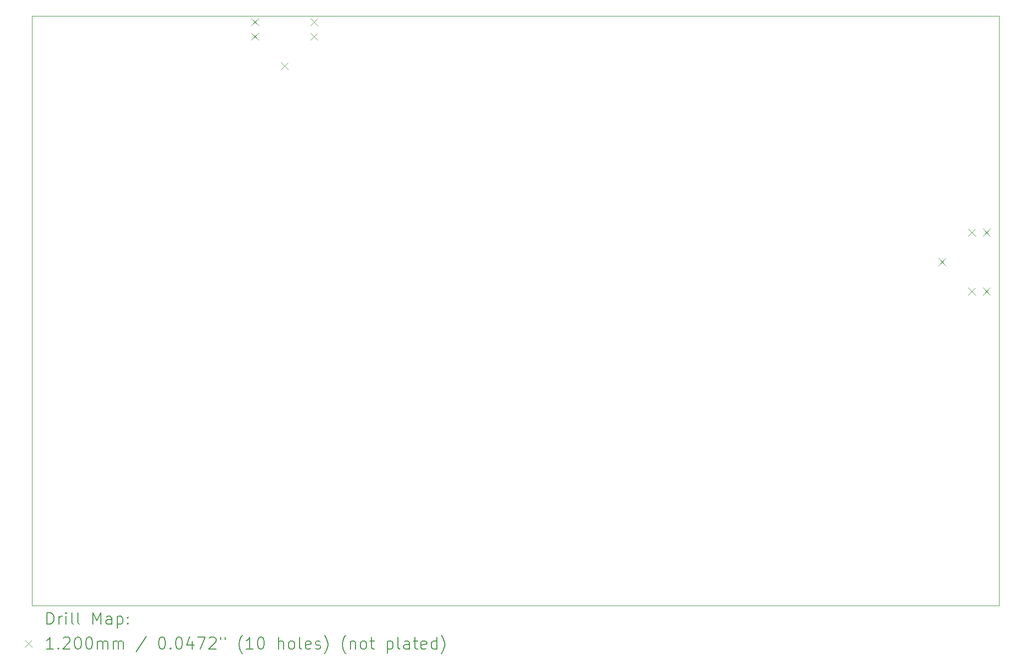
<source format=gbr>
%TF.GenerationSoftware,KiCad,Pcbnew,6.0.11-2627ca5db0~126~ubuntu20.04.1*%
%TF.CreationDate,2023-06-25T12:50:43-04:00*%
%TF.ProjectId,SDR-Transceiver,5344522d-5472-4616-9e73-636569766572,rev?*%
%TF.SameCoordinates,Original*%
%TF.FileFunction,Drillmap*%
%TF.FilePolarity,Positive*%
%FSLAX45Y45*%
G04 Gerber Fmt 4.5, Leading zero omitted, Abs format (unit mm)*
G04 Created by KiCad (PCBNEW 6.0.11-2627ca5db0~126~ubuntu20.04.1) date 2023-06-25 12:50:43*
%MOMM*%
%LPD*%
G01*
G04 APERTURE LIST*
%ADD10C,0.100000*%
%ADD11C,0.200000*%
%ADD12C,0.120000*%
G04 APERTURE END LIST*
D10*
X5400000Y-4400000D02*
X21800000Y-4400000D01*
X21800000Y-4400000D02*
X21800000Y-14400000D01*
X21800000Y-14400000D02*
X5400000Y-14400000D01*
X5400000Y-14400000D02*
X5400000Y-4400000D01*
D11*
D12*
X9118460Y-4440000D02*
X9238460Y-4560000D01*
X9238460Y-4440000D02*
X9118460Y-4560000D01*
X9118460Y-4690000D02*
X9238460Y-4810000D01*
X9238460Y-4690000D02*
X9118460Y-4810000D01*
X9618460Y-5190000D02*
X9738460Y-5310000D01*
X9738460Y-5190000D02*
X9618460Y-5310000D01*
X10118460Y-4440000D02*
X10238460Y-4560000D01*
X10238460Y-4440000D02*
X10118460Y-4560000D01*
X10118460Y-4690000D02*
X10238460Y-4810000D01*
X10238460Y-4690000D02*
X10118460Y-4810000D01*
X20775340Y-8511040D02*
X20895340Y-8631040D01*
X20895340Y-8511040D02*
X20775340Y-8631040D01*
X21275340Y-8011040D02*
X21395340Y-8131040D01*
X21395340Y-8011040D02*
X21275340Y-8131040D01*
X21275340Y-9011040D02*
X21395340Y-9131040D01*
X21395340Y-9011040D02*
X21275340Y-9131040D01*
X21525340Y-8011040D02*
X21645340Y-8131040D01*
X21645340Y-8011040D02*
X21525340Y-8131040D01*
X21525340Y-9011040D02*
X21645340Y-9131040D01*
X21645340Y-9011040D02*
X21525340Y-9131040D01*
D11*
X5652619Y-14715476D02*
X5652619Y-14515476D01*
X5700238Y-14515476D01*
X5728809Y-14525000D01*
X5747857Y-14544048D01*
X5757381Y-14563095D01*
X5766905Y-14601190D01*
X5766905Y-14629762D01*
X5757381Y-14667857D01*
X5747857Y-14686905D01*
X5728809Y-14705952D01*
X5700238Y-14715476D01*
X5652619Y-14715476D01*
X5852619Y-14715476D02*
X5852619Y-14582143D01*
X5852619Y-14620238D02*
X5862143Y-14601190D01*
X5871667Y-14591667D01*
X5890714Y-14582143D01*
X5909762Y-14582143D01*
X5976428Y-14715476D02*
X5976428Y-14582143D01*
X5976428Y-14515476D02*
X5966905Y-14525000D01*
X5976428Y-14534524D01*
X5985952Y-14525000D01*
X5976428Y-14515476D01*
X5976428Y-14534524D01*
X6100238Y-14715476D02*
X6081190Y-14705952D01*
X6071667Y-14686905D01*
X6071667Y-14515476D01*
X6205000Y-14715476D02*
X6185952Y-14705952D01*
X6176428Y-14686905D01*
X6176428Y-14515476D01*
X6433571Y-14715476D02*
X6433571Y-14515476D01*
X6500238Y-14658333D01*
X6566905Y-14515476D01*
X6566905Y-14715476D01*
X6747857Y-14715476D02*
X6747857Y-14610714D01*
X6738333Y-14591667D01*
X6719286Y-14582143D01*
X6681190Y-14582143D01*
X6662143Y-14591667D01*
X6747857Y-14705952D02*
X6728809Y-14715476D01*
X6681190Y-14715476D01*
X6662143Y-14705952D01*
X6652619Y-14686905D01*
X6652619Y-14667857D01*
X6662143Y-14648809D01*
X6681190Y-14639286D01*
X6728809Y-14639286D01*
X6747857Y-14629762D01*
X6843095Y-14582143D02*
X6843095Y-14782143D01*
X6843095Y-14591667D02*
X6862143Y-14582143D01*
X6900238Y-14582143D01*
X6919286Y-14591667D01*
X6928809Y-14601190D01*
X6938333Y-14620238D01*
X6938333Y-14677381D01*
X6928809Y-14696428D01*
X6919286Y-14705952D01*
X6900238Y-14715476D01*
X6862143Y-14715476D01*
X6843095Y-14705952D01*
X7024048Y-14696428D02*
X7033571Y-14705952D01*
X7024048Y-14715476D01*
X7014524Y-14705952D01*
X7024048Y-14696428D01*
X7024048Y-14715476D01*
X7024048Y-14591667D02*
X7033571Y-14601190D01*
X7024048Y-14610714D01*
X7014524Y-14601190D01*
X7024048Y-14591667D01*
X7024048Y-14610714D01*
D12*
X5275000Y-14985000D02*
X5395000Y-15105000D01*
X5395000Y-14985000D02*
X5275000Y-15105000D01*
D11*
X5757381Y-15135476D02*
X5643095Y-15135476D01*
X5700238Y-15135476D02*
X5700238Y-14935476D01*
X5681190Y-14964048D01*
X5662143Y-14983095D01*
X5643095Y-14992619D01*
X5843095Y-15116428D02*
X5852619Y-15125952D01*
X5843095Y-15135476D01*
X5833571Y-15125952D01*
X5843095Y-15116428D01*
X5843095Y-15135476D01*
X5928809Y-14954524D02*
X5938333Y-14945000D01*
X5957381Y-14935476D01*
X6005000Y-14935476D01*
X6024048Y-14945000D01*
X6033571Y-14954524D01*
X6043095Y-14973571D01*
X6043095Y-14992619D01*
X6033571Y-15021190D01*
X5919286Y-15135476D01*
X6043095Y-15135476D01*
X6166905Y-14935476D02*
X6185952Y-14935476D01*
X6205000Y-14945000D01*
X6214524Y-14954524D01*
X6224048Y-14973571D01*
X6233571Y-15011667D01*
X6233571Y-15059286D01*
X6224048Y-15097381D01*
X6214524Y-15116428D01*
X6205000Y-15125952D01*
X6185952Y-15135476D01*
X6166905Y-15135476D01*
X6147857Y-15125952D01*
X6138333Y-15116428D01*
X6128809Y-15097381D01*
X6119286Y-15059286D01*
X6119286Y-15011667D01*
X6128809Y-14973571D01*
X6138333Y-14954524D01*
X6147857Y-14945000D01*
X6166905Y-14935476D01*
X6357381Y-14935476D02*
X6376428Y-14935476D01*
X6395476Y-14945000D01*
X6405000Y-14954524D01*
X6414524Y-14973571D01*
X6424048Y-15011667D01*
X6424048Y-15059286D01*
X6414524Y-15097381D01*
X6405000Y-15116428D01*
X6395476Y-15125952D01*
X6376428Y-15135476D01*
X6357381Y-15135476D01*
X6338333Y-15125952D01*
X6328809Y-15116428D01*
X6319286Y-15097381D01*
X6309762Y-15059286D01*
X6309762Y-15011667D01*
X6319286Y-14973571D01*
X6328809Y-14954524D01*
X6338333Y-14945000D01*
X6357381Y-14935476D01*
X6509762Y-15135476D02*
X6509762Y-15002143D01*
X6509762Y-15021190D02*
X6519286Y-15011667D01*
X6538333Y-15002143D01*
X6566905Y-15002143D01*
X6585952Y-15011667D01*
X6595476Y-15030714D01*
X6595476Y-15135476D01*
X6595476Y-15030714D02*
X6605000Y-15011667D01*
X6624048Y-15002143D01*
X6652619Y-15002143D01*
X6671667Y-15011667D01*
X6681190Y-15030714D01*
X6681190Y-15135476D01*
X6776428Y-15135476D02*
X6776428Y-15002143D01*
X6776428Y-15021190D02*
X6785952Y-15011667D01*
X6805000Y-15002143D01*
X6833571Y-15002143D01*
X6852619Y-15011667D01*
X6862143Y-15030714D01*
X6862143Y-15135476D01*
X6862143Y-15030714D02*
X6871667Y-15011667D01*
X6890714Y-15002143D01*
X6919286Y-15002143D01*
X6938333Y-15011667D01*
X6947857Y-15030714D01*
X6947857Y-15135476D01*
X7338333Y-14925952D02*
X7166905Y-15183095D01*
X7595476Y-14935476D02*
X7614524Y-14935476D01*
X7633571Y-14945000D01*
X7643095Y-14954524D01*
X7652619Y-14973571D01*
X7662143Y-15011667D01*
X7662143Y-15059286D01*
X7652619Y-15097381D01*
X7643095Y-15116428D01*
X7633571Y-15125952D01*
X7614524Y-15135476D01*
X7595476Y-15135476D01*
X7576428Y-15125952D01*
X7566905Y-15116428D01*
X7557381Y-15097381D01*
X7547857Y-15059286D01*
X7547857Y-15011667D01*
X7557381Y-14973571D01*
X7566905Y-14954524D01*
X7576428Y-14945000D01*
X7595476Y-14935476D01*
X7747857Y-15116428D02*
X7757381Y-15125952D01*
X7747857Y-15135476D01*
X7738333Y-15125952D01*
X7747857Y-15116428D01*
X7747857Y-15135476D01*
X7881190Y-14935476D02*
X7900238Y-14935476D01*
X7919286Y-14945000D01*
X7928809Y-14954524D01*
X7938333Y-14973571D01*
X7947857Y-15011667D01*
X7947857Y-15059286D01*
X7938333Y-15097381D01*
X7928809Y-15116428D01*
X7919286Y-15125952D01*
X7900238Y-15135476D01*
X7881190Y-15135476D01*
X7862143Y-15125952D01*
X7852619Y-15116428D01*
X7843095Y-15097381D01*
X7833571Y-15059286D01*
X7833571Y-15011667D01*
X7843095Y-14973571D01*
X7852619Y-14954524D01*
X7862143Y-14945000D01*
X7881190Y-14935476D01*
X8119286Y-15002143D02*
X8119286Y-15135476D01*
X8071667Y-14925952D02*
X8024048Y-15068809D01*
X8147857Y-15068809D01*
X8205000Y-14935476D02*
X8338333Y-14935476D01*
X8252619Y-15135476D01*
X8405000Y-14954524D02*
X8414524Y-14945000D01*
X8433571Y-14935476D01*
X8481190Y-14935476D01*
X8500238Y-14945000D01*
X8509762Y-14954524D01*
X8519286Y-14973571D01*
X8519286Y-14992619D01*
X8509762Y-15021190D01*
X8395476Y-15135476D01*
X8519286Y-15135476D01*
X8595476Y-14935476D02*
X8595476Y-14973571D01*
X8671667Y-14935476D02*
X8671667Y-14973571D01*
X8966905Y-15211667D02*
X8957381Y-15202143D01*
X8938333Y-15173571D01*
X8928810Y-15154524D01*
X8919286Y-15125952D01*
X8909762Y-15078333D01*
X8909762Y-15040238D01*
X8919286Y-14992619D01*
X8928810Y-14964048D01*
X8938333Y-14945000D01*
X8957381Y-14916428D01*
X8966905Y-14906905D01*
X9147857Y-15135476D02*
X9033571Y-15135476D01*
X9090714Y-15135476D02*
X9090714Y-14935476D01*
X9071667Y-14964048D01*
X9052619Y-14983095D01*
X9033571Y-14992619D01*
X9271667Y-14935476D02*
X9290714Y-14935476D01*
X9309762Y-14945000D01*
X9319286Y-14954524D01*
X9328810Y-14973571D01*
X9338333Y-15011667D01*
X9338333Y-15059286D01*
X9328810Y-15097381D01*
X9319286Y-15116428D01*
X9309762Y-15125952D01*
X9290714Y-15135476D01*
X9271667Y-15135476D01*
X9252619Y-15125952D01*
X9243095Y-15116428D01*
X9233571Y-15097381D01*
X9224048Y-15059286D01*
X9224048Y-15011667D01*
X9233571Y-14973571D01*
X9243095Y-14954524D01*
X9252619Y-14945000D01*
X9271667Y-14935476D01*
X9576429Y-15135476D02*
X9576429Y-14935476D01*
X9662143Y-15135476D02*
X9662143Y-15030714D01*
X9652619Y-15011667D01*
X9633571Y-15002143D01*
X9605000Y-15002143D01*
X9585952Y-15011667D01*
X9576429Y-15021190D01*
X9785952Y-15135476D02*
X9766905Y-15125952D01*
X9757381Y-15116428D01*
X9747857Y-15097381D01*
X9747857Y-15040238D01*
X9757381Y-15021190D01*
X9766905Y-15011667D01*
X9785952Y-15002143D01*
X9814524Y-15002143D01*
X9833571Y-15011667D01*
X9843095Y-15021190D01*
X9852619Y-15040238D01*
X9852619Y-15097381D01*
X9843095Y-15116428D01*
X9833571Y-15125952D01*
X9814524Y-15135476D01*
X9785952Y-15135476D01*
X9966905Y-15135476D02*
X9947857Y-15125952D01*
X9938333Y-15106905D01*
X9938333Y-14935476D01*
X10119286Y-15125952D02*
X10100238Y-15135476D01*
X10062143Y-15135476D01*
X10043095Y-15125952D01*
X10033571Y-15106905D01*
X10033571Y-15030714D01*
X10043095Y-15011667D01*
X10062143Y-15002143D01*
X10100238Y-15002143D01*
X10119286Y-15011667D01*
X10128810Y-15030714D01*
X10128810Y-15049762D01*
X10033571Y-15068809D01*
X10205000Y-15125952D02*
X10224048Y-15135476D01*
X10262143Y-15135476D01*
X10281190Y-15125952D01*
X10290714Y-15106905D01*
X10290714Y-15097381D01*
X10281190Y-15078333D01*
X10262143Y-15068809D01*
X10233571Y-15068809D01*
X10214524Y-15059286D01*
X10205000Y-15040238D01*
X10205000Y-15030714D01*
X10214524Y-15011667D01*
X10233571Y-15002143D01*
X10262143Y-15002143D01*
X10281190Y-15011667D01*
X10357381Y-15211667D02*
X10366905Y-15202143D01*
X10385952Y-15173571D01*
X10395476Y-15154524D01*
X10405000Y-15125952D01*
X10414524Y-15078333D01*
X10414524Y-15040238D01*
X10405000Y-14992619D01*
X10395476Y-14964048D01*
X10385952Y-14945000D01*
X10366905Y-14916428D01*
X10357381Y-14906905D01*
X10719286Y-15211667D02*
X10709762Y-15202143D01*
X10690714Y-15173571D01*
X10681190Y-15154524D01*
X10671667Y-15125952D01*
X10662143Y-15078333D01*
X10662143Y-15040238D01*
X10671667Y-14992619D01*
X10681190Y-14964048D01*
X10690714Y-14945000D01*
X10709762Y-14916428D01*
X10719286Y-14906905D01*
X10795476Y-15002143D02*
X10795476Y-15135476D01*
X10795476Y-15021190D02*
X10805000Y-15011667D01*
X10824048Y-15002143D01*
X10852619Y-15002143D01*
X10871667Y-15011667D01*
X10881190Y-15030714D01*
X10881190Y-15135476D01*
X11005000Y-15135476D02*
X10985952Y-15125952D01*
X10976429Y-15116428D01*
X10966905Y-15097381D01*
X10966905Y-15040238D01*
X10976429Y-15021190D01*
X10985952Y-15011667D01*
X11005000Y-15002143D01*
X11033571Y-15002143D01*
X11052619Y-15011667D01*
X11062143Y-15021190D01*
X11071667Y-15040238D01*
X11071667Y-15097381D01*
X11062143Y-15116428D01*
X11052619Y-15125952D01*
X11033571Y-15135476D01*
X11005000Y-15135476D01*
X11128810Y-15002143D02*
X11205000Y-15002143D01*
X11157381Y-14935476D02*
X11157381Y-15106905D01*
X11166905Y-15125952D01*
X11185952Y-15135476D01*
X11205000Y-15135476D01*
X11424048Y-15002143D02*
X11424048Y-15202143D01*
X11424048Y-15011667D02*
X11443095Y-15002143D01*
X11481190Y-15002143D01*
X11500238Y-15011667D01*
X11509762Y-15021190D01*
X11519286Y-15040238D01*
X11519286Y-15097381D01*
X11509762Y-15116428D01*
X11500238Y-15125952D01*
X11481190Y-15135476D01*
X11443095Y-15135476D01*
X11424048Y-15125952D01*
X11633571Y-15135476D02*
X11614524Y-15125952D01*
X11605000Y-15106905D01*
X11605000Y-14935476D01*
X11795476Y-15135476D02*
X11795476Y-15030714D01*
X11785952Y-15011667D01*
X11766905Y-15002143D01*
X11728809Y-15002143D01*
X11709762Y-15011667D01*
X11795476Y-15125952D02*
X11776428Y-15135476D01*
X11728809Y-15135476D01*
X11709762Y-15125952D01*
X11700238Y-15106905D01*
X11700238Y-15087857D01*
X11709762Y-15068809D01*
X11728809Y-15059286D01*
X11776428Y-15059286D01*
X11795476Y-15049762D01*
X11862143Y-15002143D02*
X11938333Y-15002143D01*
X11890714Y-14935476D02*
X11890714Y-15106905D01*
X11900238Y-15125952D01*
X11919286Y-15135476D01*
X11938333Y-15135476D01*
X12081190Y-15125952D02*
X12062143Y-15135476D01*
X12024048Y-15135476D01*
X12005000Y-15125952D01*
X11995476Y-15106905D01*
X11995476Y-15030714D01*
X12005000Y-15011667D01*
X12024048Y-15002143D01*
X12062143Y-15002143D01*
X12081190Y-15011667D01*
X12090714Y-15030714D01*
X12090714Y-15049762D01*
X11995476Y-15068809D01*
X12262143Y-15135476D02*
X12262143Y-14935476D01*
X12262143Y-15125952D02*
X12243095Y-15135476D01*
X12205000Y-15135476D01*
X12185952Y-15125952D01*
X12176428Y-15116428D01*
X12166905Y-15097381D01*
X12166905Y-15040238D01*
X12176428Y-15021190D01*
X12185952Y-15011667D01*
X12205000Y-15002143D01*
X12243095Y-15002143D01*
X12262143Y-15011667D01*
X12338333Y-15211667D02*
X12347857Y-15202143D01*
X12366905Y-15173571D01*
X12376428Y-15154524D01*
X12385952Y-15125952D01*
X12395476Y-15078333D01*
X12395476Y-15040238D01*
X12385952Y-14992619D01*
X12376428Y-14964048D01*
X12366905Y-14945000D01*
X12347857Y-14916428D01*
X12338333Y-14906905D01*
M02*

</source>
